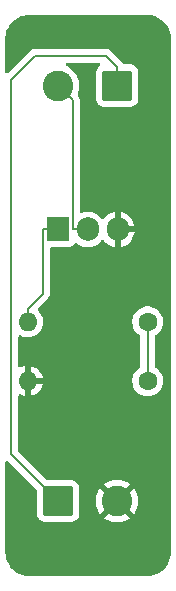
<source format=gbr>
%TF.GenerationSoftware,KiCad,Pcbnew,9.0.0*%
%TF.CreationDate,2025-03-24T16:00:58-05:00*%
%TF.ProjectId,DIIN-proyecto,4449494e-2d70-4726-9f79-6563746f2e6b,rev?*%
%TF.SameCoordinates,Original*%
%TF.FileFunction,Copper,L1,Top*%
%TF.FilePolarity,Positive*%
%FSLAX46Y46*%
G04 Gerber Fmt 4.6, Leading zero omitted, Abs format (unit mm)*
G04 Created by KiCad (PCBNEW 9.0.0) date 2025-03-24 16:00:58*
%MOMM*%
%LPD*%
G01*
G04 APERTURE LIST*
G04 Aperture macros list*
%AMRoundRect*
0 Rectangle with rounded corners*
0 $1 Rounding radius*
0 $2 $3 $4 $5 $6 $7 $8 $9 X,Y pos of 4 corners*
0 Add a 4 corners polygon primitive as box body*
4,1,4,$2,$3,$4,$5,$6,$7,$8,$9,$2,$3,0*
0 Add four circle primitives for the rounded corners*
1,1,$1+$1,$2,$3*
1,1,$1+$1,$4,$5*
1,1,$1+$1,$6,$7*
1,1,$1+$1,$8,$9*
0 Add four rect primitives between the rounded corners*
20,1,$1+$1,$2,$3,$4,$5,0*
20,1,$1+$1,$4,$5,$6,$7,0*
20,1,$1+$1,$6,$7,$8,$9,0*
20,1,$1+$1,$8,$9,$2,$3,0*%
G04 Aperture macros list end*
%TA.AperFunction,ComponentPad*%
%ADD10C,1.600000*%
%TD*%
%TA.AperFunction,ComponentPad*%
%ADD11O,1.600000X1.600000*%
%TD*%
%TA.AperFunction,ComponentPad*%
%ADD12R,1.905000X2.000000*%
%TD*%
%TA.AperFunction,ComponentPad*%
%ADD13O,1.905000X2.000000*%
%TD*%
%TA.AperFunction,ComponentPad*%
%ADD14RoundRect,0.250000X1.050000X1.050000X-1.050000X1.050000X-1.050000X-1.050000X1.050000X-1.050000X0*%
%TD*%
%TA.AperFunction,ComponentPad*%
%ADD15C,2.600000*%
%TD*%
%TA.AperFunction,ComponentPad*%
%ADD16RoundRect,0.250000X-1.050000X-1.050000X1.050000X-1.050000X1.050000X1.050000X-1.050000X1.050000X0*%
%TD*%
%TA.AperFunction,Conductor*%
%ADD17C,0.200000*%
%TD*%
G04 APERTURE END LIST*
D10*
%TO.P,R4,1*%
%TO.N,MBE*%
X109540000Y-82500000D03*
D11*
%TO.P,R4,2*%
%TO.N,GND*%
X99380000Y-82500000D03*
%TD*%
D10*
%TO.P,R3,1*%
%TO.N,MBE*%
X109540000Y-77500000D03*
D11*
%TO.P,R3,2*%
%TO.N,Net-(Q1-G)*%
X99380000Y-77500000D03*
%TD*%
D12*
%TO.P,Q1,1,G*%
%TO.N,Net-(Q1-G)*%
X101920000Y-69672500D03*
D13*
%TO.P,Q1,2,D*%
%TO.N,MB-*%
X104460000Y-69672500D03*
%TO.P,Q1,3,S*%
%TO.N,GND*%
X107000000Y-69672500D03*
%TD*%
D14*
%TO.P,J15,1,Pin_1*%
%TO.N,+3.3V*%
X106960000Y-57500000D03*
D15*
%TO.P,J15,2,Pin_2*%
%TO.N,MB-*%
X101960000Y-57500000D03*
%TD*%
D16*
%TO.P,J7,1,Pin_1*%
%TO.N,+3.3V*%
X101960000Y-92672500D03*
D15*
%TO.P,J7,2,Pin_2*%
%TO.N,GND*%
X106960000Y-92672500D03*
%TD*%
D17*
%TO.N,+3.3V*%
X98000000Y-88712500D02*
X101960000Y-92672500D01*
X100000000Y-55000000D02*
X98000000Y-57000000D01*
X106000000Y-55000000D02*
X100000000Y-55000000D01*
X106960000Y-55960000D02*
X106000000Y-55000000D01*
X98000000Y-57000000D02*
X98000000Y-88712500D01*
X106960000Y-57500000D02*
X106960000Y-55960000D01*
%TO.N,MBE*%
X109540000Y-77500000D02*
X109540000Y-82500000D01*
%TO.N,Net-(Q1-G)*%
X100665800Y-75112500D02*
X99380000Y-76398300D01*
X100665800Y-69672500D02*
X100665800Y-75112500D01*
X101920000Y-69672500D02*
X100665800Y-69672500D01*
X99380000Y-77500000D02*
X99380000Y-76398300D01*
%TO.N,MB-*%
X103205800Y-58745800D02*
X103205800Y-69672500D01*
X101960000Y-57500000D02*
X103205800Y-58745800D01*
X104460000Y-69672500D02*
X103205800Y-69672500D01*
%TD*%
%TA.AperFunction,Conductor*%
%TO.N,GND*%
G36*
X109504043Y-51500765D02*
G01*
X109752895Y-51517075D01*
X109768953Y-51519190D01*
X109976105Y-51560395D01*
X110009535Y-51567045D01*
X110025202Y-51571243D01*
X110194947Y-51628863D01*
X110257481Y-51650091D01*
X110272458Y-51656294D01*
X110481799Y-51759529D01*
X110492460Y-51764787D01*
X110506508Y-51772897D01*
X110710464Y-51909177D01*
X110723328Y-51919048D01*
X110907749Y-52080781D01*
X110919218Y-52092250D01*
X111080951Y-52276671D01*
X111090825Y-52289539D01*
X111227102Y-52493492D01*
X111235212Y-52507539D01*
X111343702Y-52727534D01*
X111349909Y-52742520D01*
X111428756Y-52974797D01*
X111432954Y-52990464D01*
X111480807Y-53231035D01*
X111482925Y-53247116D01*
X111499235Y-53495956D01*
X111499500Y-53504066D01*
X111499500Y-96995933D01*
X111499235Y-97004043D01*
X111482925Y-97252883D01*
X111480807Y-97268964D01*
X111432954Y-97509535D01*
X111428756Y-97525202D01*
X111349909Y-97757479D01*
X111343702Y-97772465D01*
X111235212Y-97992460D01*
X111227102Y-98006507D01*
X111090825Y-98210460D01*
X111080951Y-98223328D01*
X110919218Y-98407749D01*
X110907749Y-98419218D01*
X110723328Y-98580951D01*
X110710460Y-98590825D01*
X110506507Y-98727102D01*
X110492460Y-98735212D01*
X110272465Y-98843702D01*
X110257479Y-98849909D01*
X110025202Y-98928756D01*
X110009535Y-98932954D01*
X109768964Y-98980807D01*
X109752883Y-98982925D01*
X109504043Y-98999235D01*
X109495933Y-98999500D01*
X99504067Y-98999500D01*
X99495957Y-98999235D01*
X99247116Y-98982925D01*
X99231035Y-98980807D01*
X98990464Y-98932954D01*
X98974797Y-98928756D01*
X98742520Y-98849909D01*
X98727534Y-98843702D01*
X98507539Y-98735212D01*
X98493492Y-98727102D01*
X98289539Y-98590825D01*
X98276671Y-98580951D01*
X98092250Y-98419218D01*
X98080781Y-98407749D01*
X97919048Y-98223328D01*
X97909174Y-98210460D01*
X97772897Y-98006507D01*
X97764787Y-97992460D01*
X97658855Y-97777652D01*
X97656294Y-97772458D01*
X97650090Y-97757479D01*
X97571243Y-97525202D01*
X97567045Y-97509535D01*
X97559186Y-97470026D01*
X97519190Y-97268953D01*
X97517075Y-97252895D01*
X97500765Y-97004043D01*
X97500500Y-96995933D01*
X97500500Y-89361597D01*
X97520185Y-89294558D01*
X97572989Y-89248803D01*
X97642147Y-89238859D01*
X97705703Y-89267884D01*
X97712181Y-89273916D01*
X100123181Y-91684916D01*
X100156666Y-91746239D01*
X100159500Y-91772597D01*
X100159500Y-93772501D01*
X100159501Y-93772518D01*
X100170000Y-93875296D01*
X100170001Y-93875299D01*
X100218885Y-94022819D01*
X100225186Y-94041834D01*
X100317288Y-94191156D01*
X100441344Y-94315212D01*
X100590666Y-94407314D01*
X100757203Y-94462499D01*
X100859991Y-94473000D01*
X103060008Y-94472999D01*
X103162797Y-94462499D01*
X103329334Y-94407314D01*
X103478656Y-94315212D01*
X103602712Y-94191156D01*
X103694814Y-94041834D01*
X103749999Y-93875297D01*
X103760500Y-93772509D01*
X103760499Y-92554514D01*
X105160000Y-92554514D01*
X105160000Y-92790485D01*
X105190799Y-93024414D01*
X105251870Y-93252337D01*
X105342160Y-93470319D01*
X105342165Y-93470328D01*
X105460144Y-93674671D01*
X105460145Y-93674672D01*
X105522721Y-93756223D01*
X106358958Y-92919987D01*
X106383978Y-92980390D01*
X106455112Y-93086851D01*
X106545649Y-93177388D01*
X106652110Y-93248522D01*
X106712511Y-93273541D01*
X105876275Y-94109777D01*
X105957827Y-94172354D01*
X105957828Y-94172355D01*
X106162171Y-94290334D01*
X106162180Y-94290339D01*
X106380163Y-94380629D01*
X106380161Y-94380629D01*
X106608085Y-94441700D01*
X106842014Y-94472499D01*
X106842029Y-94472500D01*
X107077971Y-94472500D01*
X107077985Y-94472499D01*
X107311914Y-94441700D01*
X107539837Y-94380629D01*
X107757819Y-94290339D01*
X107757828Y-94290334D01*
X107962181Y-94172350D01*
X108043723Y-94109779D01*
X108043723Y-94109776D01*
X107207487Y-93273541D01*
X107267890Y-93248522D01*
X107374351Y-93177388D01*
X107464888Y-93086851D01*
X107536022Y-92980390D01*
X107561041Y-92919987D01*
X108397276Y-93756223D01*
X108397279Y-93756223D01*
X108459850Y-93674681D01*
X108577834Y-93470328D01*
X108577839Y-93470319D01*
X108668129Y-93252337D01*
X108729200Y-93024414D01*
X108759999Y-92790485D01*
X108760000Y-92790471D01*
X108760000Y-92554528D01*
X108759999Y-92554514D01*
X108729200Y-92320585D01*
X108668129Y-92092662D01*
X108577839Y-91874680D01*
X108577834Y-91874671D01*
X108459855Y-91670328D01*
X108459854Y-91670327D01*
X108397277Y-91588775D01*
X107561041Y-92425011D01*
X107536022Y-92364610D01*
X107464888Y-92258149D01*
X107374351Y-92167612D01*
X107267890Y-92096478D01*
X107207488Y-92071458D01*
X108043723Y-91235221D01*
X107962172Y-91172645D01*
X107962171Y-91172644D01*
X107757828Y-91054665D01*
X107757819Y-91054660D01*
X107539836Y-90964370D01*
X107539838Y-90964370D01*
X107311914Y-90903299D01*
X107077985Y-90872500D01*
X106842014Y-90872500D01*
X106608085Y-90903299D01*
X106380162Y-90964370D01*
X106162180Y-91054660D01*
X106162171Y-91054665D01*
X105957828Y-91172644D01*
X105957818Y-91172650D01*
X105876275Y-91235220D01*
X105876275Y-91235221D01*
X106712512Y-92071458D01*
X106652110Y-92096478D01*
X106545649Y-92167612D01*
X106455112Y-92258149D01*
X106383978Y-92364610D01*
X106358958Y-92425012D01*
X105522721Y-91588775D01*
X105522720Y-91588775D01*
X105460150Y-91670318D01*
X105460144Y-91670328D01*
X105342165Y-91874671D01*
X105342160Y-91874680D01*
X105251870Y-92092662D01*
X105190799Y-92320585D01*
X105160000Y-92554514D01*
X103760499Y-92554514D01*
X103760499Y-91572492D01*
X103749999Y-91469703D01*
X103694814Y-91303166D01*
X103602712Y-91153844D01*
X103478656Y-91029788D01*
X103329334Y-90937686D01*
X103162797Y-90882501D01*
X103162795Y-90882500D01*
X103060016Y-90872000D01*
X103060009Y-90872000D01*
X101060098Y-90872000D01*
X100993059Y-90852315D01*
X100972417Y-90835681D01*
X98636819Y-88500083D01*
X98603334Y-88438760D01*
X98600500Y-88412402D01*
X98600500Y-83764199D01*
X98620185Y-83697160D01*
X98672989Y-83651405D01*
X98742147Y-83641461D01*
X98780795Y-83653714D01*
X98880968Y-83704755D01*
X99075578Y-83767988D01*
X99130000Y-83776607D01*
X99130000Y-82815686D01*
X99134394Y-82820080D01*
X99225606Y-82872741D01*
X99327339Y-82900000D01*
X99432661Y-82900000D01*
X99534394Y-82872741D01*
X99625606Y-82820080D01*
X99630000Y-82815686D01*
X99630000Y-83776606D01*
X99684421Y-83767988D01*
X99879031Y-83704754D01*
X100061349Y-83611859D01*
X100226894Y-83491582D01*
X100226895Y-83491582D01*
X100371582Y-83346895D01*
X100371582Y-83346894D01*
X100491859Y-83181349D01*
X100584755Y-82999029D01*
X100647990Y-82804413D01*
X100656609Y-82750000D01*
X99695686Y-82750000D01*
X99700080Y-82745606D01*
X99752741Y-82654394D01*
X99780000Y-82552661D01*
X99780000Y-82447339D01*
X99752741Y-82345606D01*
X99700080Y-82254394D01*
X99695686Y-82250000D01*
X100656609Y-82250000D01*
X100647990Y-82195586D01*
X100584755Y-82000970D01*
X100491859Y-81818650D01*
X100371582Y-81653105D01*
X100371582Y-81653104D01*
X100226895Y-81508417D01*
X100061349Y-81388140D01*
X99879029Y-81295244D01*
X99684413Y-81232009D01*
X99630000Y-81223390D01*
X99630000Y-82184314D01*
X99625606Y-82179920D01*
X99534394Y-82127259D01*
X99432661Y-82100000D01*
X99327339Y-82100000D01*
X99225606Y-82127259D01*
X99134394Y-82179920D01*
X99130000Y-82184314D01*
X99130000Y-81223390D01*
X99075586Y-81232009D01*
X98880967Y-81295245D01*
X98780794Y-81346285D01*
X98712125Y-81359181D01*
X98647384Y-81332904D01*
X98607128Y-81275797D01*
X98600500Y-81235800D01*
X98600500Y-78764759D01*
X98620185Y-78697720D01*
X98672989Y-78651965D01*
X98742147Y-78642021D01*
X98780795Y-78654275D01*
X98880771Y-78705216D01*
X98880776Y-78705217D01*
X98880781Y-78705220D01*
X99016658Y-78749369D01*
X99075465Y-78768477D01*
X99176557Y-78784488D01*
X99277648Y-78800500D01*
X99277649Y-78800500D01*
X99482351Y-78800500D01*
X99482352Y-78800500D01*
X99684534Y-78768477D01*
X99879219Y-78705220D01*
X100061610Y-78612287D01*
X100154590Y-78544732D01*
X100227213Y-78491971D01*
X100227215Y-78491968D01*
X100227219Y-78491966D01*
X100371966Y-78347219D01*
X100371968Y-78347215D01*
X100371971Y-78347213D01*
X100424732Y-78274590D01*
X100492287Y-78181610D01*
X100585220Y-77999219D01*
X100648477Y-77804534D01*
X100680500Y-77602352D01*
X100680500Y-77397648D01*
X108239500Y-77397648D01*
X108239500Y-77602351D01*
X108271522Y-77804534D01*
X108334781Y-77999223D01*
X108427715Y-78181613D01*
X108548028Y-78347213D01*
X108548034Y-78347219D01*
X108692781Y-78491966D01*
X108858390Y-78612287D01*
X108871793Y-78619116D01*
X108922589Y-78667088D01*
X108939500Y-78729601D01*
X108939500Y-81270397D01*
X108919815Y-81337436D01*
X108871800Y-81380879D01*
X108858389Y-81387712D01*
X108692786Y-81508028D01*
X108548028Y-81652786D01*
X108427715Y-81818386D01*
X108334781Y-82000776D01*
X108271522Y-82195465D01*
X108239500Y-82397648D01*
X108239500Y-82602351D01*
X108271522Y-82804534D01*
X108334781Y-82999223D01*
X108427715Y-83181613D01*
X108548028Y-83347213D01*
X108692786Y-83491971D01*
X108847749Y-83604556D01*
X108858390Y-83612287D01*
X108974607Y-83671503D01*
X109040776Y-83705218D01*
X109040778Y-83705218D01*
X109040781Y-83705220D01*
X109145137Y-83739127D01*
X109235465Y-83768477D01*
X109336557Y-83784488D01*
X109437648Y-83800500D01*
X109437649Y-83800500D01*
X109642351Y-83800500D01*
X109642352Y-83800500D01*
X109844534Y-83768477D01*
X110039219Y-83705220D01*
X110221610Y-83612287D01*
X110314590Y-83544732D01*
X110387213Y-83491971D01*
X110387215Y-83491968D01*
X110387219Y-83491966D01*
X110531966Y-83347219D01*
X110531968Y-83347215D01*
X110531971Y-83347213D01*
X110584732Y-83274590D01*
X110652287Y-83181610D01*
X110745220Y-82999219D01*
X110808477Y-82804534D01*
X110840500Y-82602352D01*
X110840500Y-82397648D01*
X110832257Y-82345606D01*
X110808477Y-82195465D01*
X110745218Y-82000776D01*
X110652419Y-81818650D01*
X110652287Y-81818390D01*
X110644556Y-81807749D01*
X110531971Y-81652786D01*
X110387213Y-81508028D01*
X110221610Y-81387712D01*
X110208200Y-81380879D01*
X110157406Y-81332903D01*
X110140500Y-81270397D01*
X110140500Y-78729601D01*
X110160185Y-78662562D01*
X110208206Y-78619116D01*
X110221610Y-78612287D01*
X110387219Y-78491966D01*
X110531966Y-78347219D01*
X110531968Y-78347215D01*
X110531971Y-78347213D01*
X110584732Y-78274590D01*
X110652287Y-78181610D01*
X110745220Y-77999219D01*
X110808477Y-77804534D01*
X110840500Y-77602352D01*
X110840500Y-77397648D01*
X110808477Y-77195466D01*
X110745220Y-77000781D01*
X110745218Y-77000778D01*
X110745218Y-77000776D01*
X110711503Y-76934607D01*
X110652287Y-76818390D01*
X110644556Y-76807749D01*
X110531971Y-76652786D01*
X110387213Y-76508028D01*
X110221613Y-76387715D01*
X110221612Y-76387714D01*
X110221610Y-76387713D01*
X110164653Y-76358691D01*
X110039223Y-76294781D01*
X109844534Y-76231522D01*
X109669995Y-76203878D01*
X109642352Y-76199500D01*
X109437648Y-76199500D01*
X109413329Y-76203351D01*
X109235465Y-76231522D01*
X109040776Y-76294781D01*
X108858386Y-76387715D01*
X108692786Y-76508028D01*
X108548028Y-76652786D01*
X108427715Y-76818386D01*
X108334781Y-77000776D01*
X108271522Y-77195465D01*
X108239500Y-77397648D01*
X100680500Y-77397648D01*
X100648477Y-77195466D01*
X100585220Y-77000781D01*
X100585218Y-77000778D01*
X100585218Y-77000776D01*
X100551503Y-76934607D01*
X100492287Y-76818390D01*
X100484556Y-76807749D01*
X100371971Y-76652786D01*
X100261040Y-76541855D01*
X100227555Y-76480532D01*
X100232539Y-76410840D01*
X100261037Y-76366496D01*
X101146320Y-75481216D01*
X101225377Y-75344285D01*
X101266301Y-75191557D01*
X101266301Y-75033442D01*
X101266301Y-75025847D01*
X101266300Y-75025829D01*
X101266300Y-71296999D01*
X101285985Y-71229960D01*
X101338789Y-71184205D01*
X101390300Y-71172999D01*
X102920371Y-71172999D01*
X102920372Y-71172999D01*
X102979983Y-71166591D01*
X103114831Y-71116296D01*
X103230046Y-71030046D01*
X103316296Y-70914831D01*
X103326690Y-70886960D01*
X103368560Y-70831027D01*
X103434023Y-70806608D01*
X103502297Y-70821458D01*
X103515746Y-70829965D01*
X103698462Y-70962717D01*
X103830599Y-71030044D01*
X103902244Y-71066549D01*
X104119751Y-71137221D01*
X104119752Y-71137221D01*
X104119755Y-71137222D01*
X104345646Y-71173000D01*
X104345647Y-71173000D01*
X104574353Y-71173000D01*
X104574354Y-71173000D01*
X104800245Y-71137222D01*
X104800248Y-71137221D01*
X104800249Y-71137221D01*
X105017755Y-71066549D01*
X105017755Y-71066548D01*
X105017758Y-71066548D01*
X105221538Y-70962717D01*
X105406566Y-70828286D01*
X105568286Y-70666566D01*
X105629992Y-70581634D01*
X105685319Y-70538970D01*
X105754932Y-70532991D01*
X105816727Y-70565596D01*
X105830626Y-70581635D01*
X105892097Y-70666241D01*
X105892097Y-70666242D01*
X106053757Y-70827902D01*
X106238723Y-70962288D01*
X106442429Y-71066082D01*
X106659871Y-71136734D01*
X106750000Y-71151009D01*
X106750000Y-70163247D01*
X106787708Y-70185018D01*
X106927591Y-70222500D01*
X107072409Y-70222500D01*
X107212292Y-70185018D01*
X107250000Y-70163247D01*
X107250000Y-71151008D01*
X107340128Y-71136734D01*
X107557570Y-71066082D01*
X107761276Y-70962288D01*
X107946242Y-70827902D01*
X108107902Y-70666242D01*
X108242288Y-70481276D01*
X108346082Y-70277570D01*
X108416734Y-70060128D01*
X108438532Y-69922500D01*
X107490748Y-69922500D01*
X107512518Y-69884792D01*
X107550000Y-69744909D01*
X107550000Y-69600091D01*
X107512518Y-69460208D01*
X107490748Y-69422500D01*
X108438532Y-69422500D01*
X108416734Y-69284871D01*
X108346082Y-69067429D01*
X108242288Y-68863723D01*
X108107902Y-68678757D01*
X107946242Y-68517097D01*
X107761276Y-68382711D01*
X107557568Y-68278917D01*
X107340124Y-68208265D01*
X107250000Y-68193990D01*
X107250000Y-69181752D01*
X107212292Y-69159982D01*
X107072409Y-69122500D01*
X106927591Y-69122500D01*
X106787708Y-69159982D01*
X106750000Y-69181752D01*
X106750000Y-68193990D01*
X106749999Y-68193990D01*
X106659875Y-68208265D01*
X106442431Y-68278917D01*
X106238723Y-68382711D01*
X106053757Y-68517097D01*
X105892097Y-68678757D01*
X105830627Y-68763364D01*
X105775297Y-68806029D01*
X105705684Y-68812008D01*
X105643889Y-68779402D01*
X105629991Y-68763364D01*
X105568286Y-68678434D01*
X105406566Y-68516714D01*
X105221538Y-68382283D01*
X105017755Y-68278450D01*
X104800248Y-68207778D01*
X104614812Y-68178408D01*
X104574354Y-68172000D01*
X104345646Y-68172000D01*
X104305188Y-68178408D01*
X104119753Y-68207778D01*
X104119750Y-68207778D01*
X103968618Y-68256884D01*
X103898776Y-68258879D01*
X103838944Y-68222798D01*
X103808116Y-68160097D01*
X103806300Y-68138953D01*
X103806300Y-58666746D01*
X103806300Y-58666743D01*
X103788419Y-58600008D01*
X103765377Y-58514015D01*
X103736439Y-58463895D01*
X103686320Y-58377084D01*
X103638329Y-58329093D01*
X103632508Y-58321030D01*
X103624046Y-58297088D01*
X103611879Y-58274805D01*
X103612601Y-58264703D01*
X103609226Y-58255153D01*
X103615051Y-58230438D01*
X103616863Y-58205113D01*
X103618449Y-58201081D01*
X103668606Y-58079993D01*
X103729693Y-57852014D01*
X103760500Y-57618011D01*
X103760500Y-57381989D01*
X103729693Y-57147986D01*
X103668606Y-56920007D01*
X103578284Y-56701951D01*
X103578282Y-56701948D01*
X103578280Y-56701943D01*
X103536118Y-56628918D01*
X103460273Y-56497550D01*
X103316592Y-56310301D01*
X103316587Y-56310295D01*
X103149704Y-56143412D01*
X103149697Y-56143406D01*
X102962454Y-55999730D01*
X102962453Y-55999729D01*
X102962450Y-55999727D01*
X102880957Y-55952677D01*
X102758056Y-55881719D01*
X102758045Y-55881714D01*
X102655071Y-55839061D01*
X102600668Y-55795220D01*
X102578603Y-55728926D01*
X102595882Y-55661227D01*
X102647019Y-55613616D01*
X102702524Y-55600500D01*
X105420426Y-55600500D01*
X105487465Y-55620185D01*
X105533220Y-55672989D01*
X105543164Y-55742147D01*
X105514139Y-55805703D01*
X105485522Y-55830039D01*
X105441344Y-55857287D01*
X105317289Y-55981342D01*
X105225187Y-56130663D01*
X105225185Y-56130668D01*
X105220962Y-56143412D01*
X105170001Y-56297203D01*
X105170001Y-56297204D01*
X105170000Y-56297204D01*
X105159500Y-56399983D01*
X105159500Y-58600001D01*
X105159501Y-58600007D01*
X105170000Y-58702796D01*
X105170001Y-58702799D01*
X105220962Y-58856587D01*
X105225186Y-58869334D01*
X105317288Y-59018656D01*
X105441344Y-59142712D01*
X105590666Y-59234814D01*
X105757203Y-59289999D01*
X105859991Y-59300500D01*
X108060008Y-59300499D01*
X108162797Y-59289999D01*
X108329334Y-59234814D01*
X108478656Y-59142712D01*
X108602712Y-59018656D01*
X108694814Y-58869334D01*
X108749999Y-58702797D01*
X108760500Y-58600009D01*
X108760499Y-56399992D01*
X108749999Y-56297203D01*
X108694814Y-56130666D01*
X108602712Y-55981344D01*
X108478656Y-55857288D01*
X108329334Y-55765186D01*
X108162797Y-55710001D01*
X108162795Y-55710000D01*
X108060016Y-55699500D01*
X108060009Y-55699500D01*
X107574589Y-55699500D01*
X107507550Y-55679815D01*
X107480776Y-55656587D01*
X107473083Y-55647687D01*
X107440520Y-55591284D01*
X107328716Y-55479480D01*
X107328713Y-55479478D01*
X106487590Y-54638355D01*
X106487588Y-54638352D01*
X106368717Y-54519481D01*
X106368716Y-54519480D01*
X106281904Y-54469360D01*
X106281904Y-54469359D01*
X106281900Y-54469358D01*
X106231785Y-54440423D01*
X106079057Y-54399499D01*
X105920943Y-54399499D01*
X105913347Y-54399499D01*
X105913331Y-54399500D01*
X100079057Y-54399500D01*
X99920943Y-54399500D01*
X99768215Y-54440423D01*
X99768214Y-54440423D01*
X99768212Y-54440424D01*
X99768209Y-54440425D01*
X99718096Y-54469359D01*
X99718095Y-54469360D01*
X99674689Y-54494420D01*
X99631285Y-54519479D01*
X99631282Y-54519481D01*
X97712181Y-56438583D01*
X97650858Y-56472068D01*
X97581166Y-56467084D01*
X97525233Y-56425212D01*
X97500816Y-56359748D01*
X97500500Y-56350902D01*
X97500500Y-53504066D01*
X97500765Y-53495956D01*
X97504819Y-53434108D01*
X97517075Y-53247102D01*
X97519190Y-53231048D01*
X97567045Y-52990462D01*
X97571243Y-52974797D01*
X97594337Y-52906762D01*
X97650093Y-52742512D01*
X97656291Y-52727547D01*
X97764790Y-52507533D01*
X97772893Y-52493498D01*
X97909182Y-52289527D01*
X97919039Y-52276681D01*
X98080786Y-52092244D01*
X98092244Y-52080786D01*
X98276681Y-51919039D01*
X98289527Y-51909182D01*
X98493498Y-51772893D01*
X98507533Y-51764790D01*
X98727547Y-51656291D01*
X98742512Y-51650093D01*
X98906762Y-51594337D01*
X98974797Y-51571243D01*
X98990464Y-51567045D01*
X99231048Y-51519190D01*
X99247102Y-51517075D01*
X99495957Y-51500765D01*
X99504067Y-51500500D01*
X99565892Y-51500500D01*
X109434108Y-51500500D01*
X109495933Y-51500500D01*
X109504043Y-51500765D01*
G37*
%TD.AperFunction*%
%TD*%
M02*

</source>
